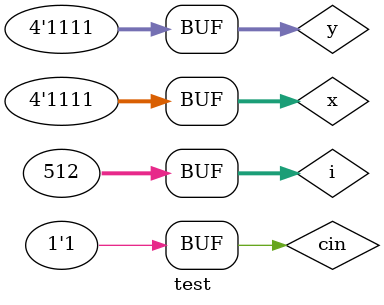
<source format=v>
`include "design.v"


module test ();

reg [ 3:0] x, y;
reg cin;
wire [ 3:0] sum;
wire cout;
integer i;
bcdadder dut1  (x, y, cin, sum, cout) ;

initial begin
    for (i=0;i<512;i=i+1) begin
        {x,y,cin}=i;
        #5;
    end
end

initial begin
       $monitor("x= %d, y= %d,cin= %d ,sum= %d, cout = %d",x,y,cin,sum,cout);
end

endmodule
</source>
